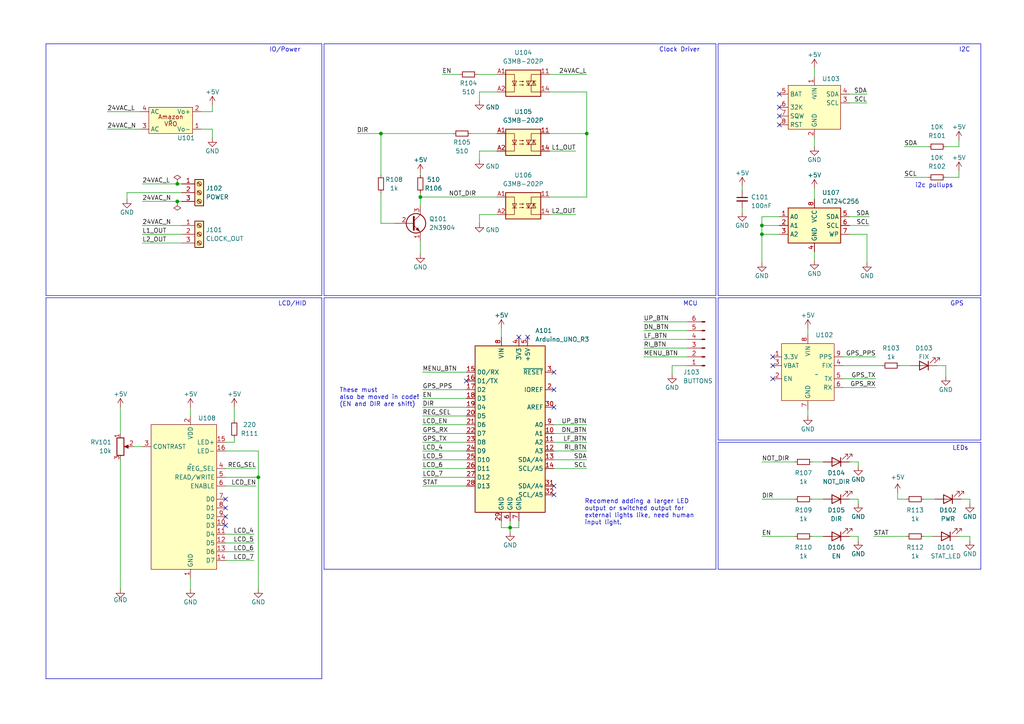
<source format=kicad_sch>
(kicad_sch (version 20230121) (generator eeschema)
  (paper "A4")
  (title_block (title "Unnamed Clock Project") (rev "${REVISION}") (company "Silvertech"))
  (lib_symbols
    (symbol "Connector:Conn_01x06_Pin" (pin_names (offset 1.016) hide)
      (property "Reference" "J" (at 0 7.62 0))
      (property "Value" "Conn_01x06_Pin" (at 0 -10.16 0))
      (symbol "Conn_01x06_Pin_1_1"
        (polyline (pts (xy 1.27 -7.62) (xy 0.8636 -7.62)) (stroke (width 0.1524)))
        (polyline (pts (xy 1.27 -5.08) (xy 0.8636 -5.08)) (stroke (width 0.1524)))
        (polyline (pts (xy 1.27 -2.54) (xy 0.8636 -2.54)) (stroke (width 0.1524)))
        (polyline (pts (xy 1.27 0) (xy 0.8636 0)) (stroke (width 0.1524)))
        (polyline (pts (xy 1.27 2.54) (xy 0.8636 2.54)) (stroke (width 0.1524)))
        (polyline (pts (xy 1.27 5.08) (xy 0.8636 5.08)) (stroke (width 0.1524)))
        (rectangle (start 0.8636 -7.493) (end 0 -7.747) (stroke (width 0.1524)) (fill (type outline)))
        (rectangle (start 0.8636 -4.953) (end 0 -5.207) (stroke (width 0.1524)) (fill (type outline)))
        (rectangle (start 0.8636 -2.413) (end 0 -2.667) (stroke (width 0.1524)) (fill (type outline)))
        (rectangle (start 0.8636 0.127) (end 0 -0.127) (stroke (width 0.1524)) (fill (type outline)))
        (rectangle (start 0.8636 2.667) (end 0 2.413) (stroke (width 0.1524)) (fill (type outline)))
        (rectangle (start 0.8636 5.207) (end 0 4.953) (stroke (width 0.1524)) (fill (type outline)))
        (pin passive line (at 5.08 5.08 180) (length 3.81) (name "Pin_1") (number "1"))
        (pin passive line (at 5.08 2.54 180) (length 3.81) (name "Pin_2") (number "2"))
        (pin passive line (at 5.08 0 180) (length 3.81) (name "Pin_3") (number "3"))
        (pin passive line (at 5.08 -2.54 180) (length 3.81) (name "Pin_4") (number "4"))
        (pin passive line (at 5.08 -5.08 180) (length 3.81) (name "Pin_5") (number "5"))
        (pin passive line (at 5.08 -7.62 180) (length 3.81) (name "Pin_6") (number "6"))
      )
    )
    (symbol "Connector:Screw_Terminal_01x03" (pin_names (offset 1.016) hide)
      (property "Reference" "J" (at 0 5.08 0))
      (property "Value" "Screw_Terminal_01x03" (at 0 -5.08 0))
      (symbol "Screw_Terminal_01x03_1_1"
        (rectangle (start -1.27 3.81) (end 1.27 -3.81) (stroke (width 0.254)) (fill (type background)))
        (circle (center 0 -2.54) (radius 0.635) (stroke (width 0.1524)))
        (polyline (pts (xy -0.5334 -2.2098) (xy 0.3302 -3.048)) (stroke (width 0.1524)))
        (polyline (pts (xy -0.5334 0.3302) (xy 0.3302 -0.508)) (stroke (width 0.1524)))
        (polyline (pts (xy -0.5334 2.8702) (xy 0.3302 2.032)) (stroke (width 0.1524)))
        (polyline (pts (xy -0.3556 -2.032) (xy 0.508 -2.8702)) (stroke (width 0.1524)))
        (polyline (pts (xy -0.3556 0.508) (xy 0.508 -0.3302)) (stroke (width 0.1524)))
        (polyline (pts (xy -0.3556 3.048) (xy 0.508 2.2098)) (stroke (width 0.1524)))
        (circle (center 0 0) (radius 0.635) (stroke (width 0.1524)))
        (circle (center 0 2.54) (radius 0.635) (stroke (width 0.1524)))
        (pin passive line (at -5.08 2.54 0) (length 3.81) (name "Pin_1") (number "1"))
        (pin passive line (at -5.08 0 0) (length 3.81) (name "Pin_2") (number "2"))
        (pin passive line (at -5.08 -2.54 0) (length 3.81) (name "Pin_3") (number "3"))
      )
    )
    (symbol "Device:C_Small" (pin_numbers hide) (pin_names (offset 0.254) hide)
      (property "Reference" "C" (at 0.254 1.778 0))
      (property "Value" "C_Small" (at 0.254 -2.032 0))
      (symbol "C_Small_0_1"
        (polyline (pts (xy -1.524 -0.508) (xy 1.524 -0.508)) (stroke (width 0.3302)))
        (polyline (pts (xy -1.524 0.508) (xy 1.524 0.508)) (stroke (width 0.3048)))
      )
      (symbol "C_Small_1_1"
        (pin passive line (at 0 2.54 270) (length 2.032) (name "~") (number "1"))
        (pin passive line (at 0 -2.54 90) (length 2.032) (name "~") (number "2"))
      )
    )
    (symbol "Device:LED" (pin_numbers hide) (pin_names (offset 1.016) hide)
      (property "Reference" "D" (at 0 2.54 0))
      (property "Value" "LED" (at 0 -2.54 0))
      (symbol "LED_0_1"
        (polyline (pts (xy -1.27 -1.27) (xy -1.27 1.27)) (stroke (width 0.254)))
        (polyline (pts (xy -1.27 0) (xy 1.27 0)))
        (polyline (pts (xy 1.27 -1.27) (xy 1.27 1.27) (xy -1.27 0) (xy 1.27 -1.27)) (stroke (width 0.254)))
        (polyline (pts (xy -3.048 -0.762) (xy -4.572 -2.286) (xy -3.81 -2.286) (xy -4.572 -2.286) (xy -4.572 -1.524)))
        (polyline (pts (xy -1.778 -0.762) (xy -3.302 -2.286) (xy -2.54 -2.286) (xy -3.302 -2.286) (xy -3.302 -1.524)))
      )
      (symbol "LED_1_1"
        (pin passive line (at -3.81 0 0) (length 2.54) (name "K") (number "1"))
        (pin passive line (at 3.81 0 180) (length 2.54) (name "A") (number "2"))
      )
    )
    (symbol "Device:R_Potentiometer" (pin_names (offset 1.016) hide)
      (property "Reference" "RV" (at -4.445 0 90))
      (property "Value" "R_Potentiometer" (at -2.54 0 90))
      (symbol "R_Potentiometer_0_1"
        (polyline (pts (xy 2.54 0) (xy 1.524 0)))
        (polyline (pts (xy 1.143 0) (xy 2.286 0.508) (xy 2.286 -0.508) (xy 1.143 0)) (fill (type outline)))
        (rectangle (start 1.016 2.54) (end -1.016 -2.54) (stroke (width 0.254)))
      )
      (symbol "R_Potentiometer_1_1"
        (pin passive line (at 0 3.81 270) (length 1.27) (name "1") (number "1"))
        (pin passive line (at 3.81 0 180) (length 1.27) (name "2") (number "2"))
        (pin passive line (at 0 -3.81 90) (length 1.27) (name "3") (number "3"))
      )
    )
    (symbol "Device:R_Small" (pin_numbers hide) (pin_names (offset 0.254) hide)
      (property "Reference" "R" (at 0.762 0.508 0))
      (property "Value" "R_Small" (at 0.762 -1.016 0))
      (symbol "R_Small_0_1"
        (rectangle (start -0.762 1.778) (end 0.762 -1.778) (stroke (width 0.2032)))
      )
      (symbol "R_Small_1_1"
        (pin passive line (at 0 2.54 270) (length 0.762) (name "~") (number "1"))
        (pin passive line (at 0 -2.54 90) (length 0.762) (name "~") (number "2"))
      )
    )
    (symbol "MCU_Module:Arduino_UNO_R3"
      (property "Reference" "A" (at -10.16 23.495 0))
      (property "Value" "Arduino_UNO_R3" (at 5.08 -26.67 0))
      (symbol "Arduino_UNO_R3_0_1"
        (rectangle (start -10.16 22.86) (end 10.16 -25.4) (stroke (width 0.254)) (fill (type background)))
      )
      (symbol "Arduino_UNO_R3_1_1"
        (pin no_connect line (at -10.16 -20.32 0) (length 2.54) hide (name "NC") (number "1"))
        (pin bidirectional line (at 12.7 -2.54 180) (length 2.54) (name "A1") (number "10"))
        (pin bidirectional line (at 12.7 -5.08 180) (length 2.54) (name "A2") (number "11"))
        (pin bidirectional line (at 12.7 -7.62 180) (length 2.54) (name "A3") (number "12"))
        (pin bidirectional line (at 12.7 -10.16 180) (length 2.54) (name "SDA/A4") (number "13"))
        (pin bidirectional line (at 12.7 -12.7 180) (length 2.54) (name "SCL/A5") (number "14"))
        (pin bidirectional line (at -12.7 15.24 0) (length 2.54) (name "D0/RX") (number "15"))
        (pin bidirectional line (at -12.7 12.7 0) (length 2.54) (name "D1/TX") (number "16"))
        (pin bidirectional line (at -12.7 10.16 0) (length 2.54) (name "D2") (number "17"))
        (pin bidirectional line (at -12.7 7.62 0) (length 2.54) (name "D3") (number "18"))
        (pin bidirectional line (at -12.7 5.08 0) (length 2.54) (name "D4") (number "19"))
        (pin output line (at 12.7 10.16 180) (length 2.54) (name "IOREF") (number "2"))
        (pin bidirectional line (at -12.7 2.54 0) (length 2.54) (name "D5") (number "20"))
        (pin bidirectional line (at -12.7 0 0) (length 2.54) (name "D6") (number "21"))
        (pin bidirectional line (at -12.7 -2.54 0) (length 2.54) (name "D7") (number "22"))
        (pin bidirectional line (at -12.7 -5.08 0) (length 2.54) (name "D8") (number "23"))
        (pin bidirectional line (at -12.7 -7.62 0) (length 2.54) (name "D9") (number "24"))
        (pin bidirectional line (at -12.7 -10.16 0) (length 2.54) (name "D10") (number "25"))
        (pin bidirectional line (at -12.7 -12.7 0) (length 2.54) (name "D11") (number "26"))
        (pin bidirectional line (at -12.7 -15.24 0) (length 2.54) (name "D12") (number "27"))
        (pin bidirectional line (at -12.7 -17.78 0) (length 2.54) (name "D13") (number "28"))
        (pin power_in line (at -2.54 -27.94 90) (length 2.54) (name "GND") (number "29"))
        (pin input line (at 12.7 15.24 180) (length 2.54) (name "~{RESET}") (number "3"))
        (pin input line (at 12.7 5.08 180) (length 2.54) (name "AREF") (number "30"))
        (pin bidirectional line (at 12.7 -17.78 180) (length 2.54) (name "SDA/A4") (number "31"))
        (pin bidirectional line (at 12.7 -20.32 180) (length 2.54) (name "SCL/A5") (number "32"))
        (pin power_out line (at 2.54 25.4 270) (length 2.54) (name "3V3") (number "4"))
        (pin power_out line (at 5.08 25.4 270) (length 2.54) (name "+5V") (number "5"))
        (pin power_in line (at 0 -27.94 90) (length 2.54) (name "GND") (number "6"))
        (pin power_in line (at 2.54 -27.94 90) (length 2.54) (name "GND") (number "7"))
        (pin power_in line (at -2.54 25.4 270) (length 2.54) (name "VIN") (number "8"))
        (pin bidirectional line (at 12.7 0 180) (length 2.54) (name "A0") (number "9"))
      )
    )
    (symbol "Memory_EEPROM:CAT24C256"
      (property "Reference" "U" (at -6.35 6.35 0))
      (property "Value" "CAT24C256" (at 1.27 6.35 0))
      (symbol "CAT24C256_1_1"
        (rectangle (start -7.62 5.08) (end 7.62 -5.08) (stroke (width 0.254)) (fill (type background)))
        (pin input line (at -10.16 2.54 0) (length 2.54) (name "A0") (number "1"))
        (pin input line (at -10.16 0 0) (length 2.54) (name "A1") (number "2"))
        (pin input line (at -10.16 -2.54 0) (length 2.54) (name "A2") (number "3"))
        (pin power_in line (at 0 -7.62 90) (length 2.54) (name "GND") (number "4"))
        (pin bidirectional line (at 10.16 2.54 180) (length 2.54) (name "SDA") (number "5"))
        (pin input line (at 10.16 0 180) (length 2.54) (name "SCL") (number "6"))
        (pin input line (at 10.16 -2.54 180) (length 2.54) (name "WP") (number "7"))
        (pin power_in line (at 0 7.62 270) (length 2.54) (name "VCC") (number "8"))
      )
    )
    (symbol "Project_Library:VRO"
      (property "Reference" "U" (at 5.08 5.08 0))
      (symbol "VRO_1_1"
        (rectangle (start -6.35 3.81) (end 6.35 -3.81) (fill (type background)))
        (text "Amazon\nVRO" (at 0 0 0) (effects (font (size 1.27 1.27))))
        (pin power_out line (at 8.89 -2.54 180) (length 2.54) (name "Vo-") (number "1"))
        (pin power_out line (at 8.89 2.54 180) (length 2.54) (name "Vo+") (number "2"))
        (pin power_in line (at -8.89 -2.54 0) (length 2.54) (name "AC") (number "3"))
        (pin power_in line (at -8.89 2.54 0) (length 2.54) (name "AC") (number "4"))
      )
    )
    (symbol "Relay_SolidState:34.81-8240"
      (property "Reference" "U" (at -5.08 5.08 0))
      (property "Value" "34.81-8240" (at 0 5.08 0))
      (symbol "34.81-8240_0_1"
        (rectangle (start -5.08 3.81) (end 5.08 -3.81) (stroke (width 0.254)) (fill (type background)))
        (polyline (pts (xy -3.175 -0.635) (xy -1.905 -0.635)))
        (polyline (pts (xy 1.524 -0.635) (xy 1.524 0.635)))
        (polyline (pts (xy 3.048 0.635) (xy 3.048 -0.635)))
        (polyline (pts (xy 2.286 -0.635) (xy 2.286 -2.54) (xy 5.08 -2.54)))
        (polyline (pts (xy 2.286 0.635) (xy 2.286 2.54) (xy 5.08 2.54)))
        (polyline (pts (xy -5.08 2.54) (xy -2.54 2.54) (xy -2.54 -2.54) (xy -5.08 -2.54)))
        (polyline (pts (xy -2.54 -0.635) (xy -3.175 0.635) (xy -1.905 0.635) (xy -2.54 -0.635)))
        (polyline (pts (xy 0.889 -0.635) (xy 3.683 -0.635) (xy 3.048 0.635) (xy 2.413 -0.635)))
        (polyline (pts (xy 3.683 0.635) (xy 0.889 0.635) (xy 1.524 -0.635) (xy 2.159 0.635)))
        (polyline (pts (xy -1.143 -0.508) (xy 0.127 -0.508) (xy -0.254 -0.635) (xy -0.254 -0.381) (xy 0.127 -0.508)))
        (polyline (pts (xy -1.143 0.508) (xy 0.127 0.508) (xy -0.254 0.381) (xy -0.254 0.635) (xy 0.127 0.508)))
      )
      (symbol "34.81-8240_1_1"
        (pin passive line (at 7.62 2.54 180) (length 2.54) (name "~") (number "11"))
        (pin passive line (at 7.62 -2.54 180) (length 2.54) (name "~") (number "14"))
        (pin passive line (at -7.62 2.54 0) (length 2.54) (name "~") (number "A1"))
        (pin passive line (at -7.62 -2.54 0) (length 2.54) (name "~") (number "A2"))
      )
    )
    (symbol "Transistor_BJT:2N3904" (pin_names (offset 0) hide)
      (property "Reference" "Q" (at 5.08 1.905 0))
      (property "Value" "2N3904" (at 5.08 0 0))
      (symbol "2N3904_0_1"
        (polyline (pts (xy 0.635 0.635) (xy 2.54 2.54)))
        (polyline (pts (xy 0.635 -0.635) (xy 2.54 -2.54) (xy 2.54 -2.54)))
        (polyline (pts (xy 0.635 1.905) (xy 0.635 -1.905) (xy 0.635 -1.905)) (stroke (width 0.508)))
        (polyline (pts (xy 1.27 -1.778) (xy 1.778 -1.27) (xy 2.286 -2.286) (xy 1.27 -1.778) (xy 1.27 -1.778)) (fill (type outline)))
        (circle (center 1.27 0) (radius 2.8194) (stroke (width 0.254)))
      )
      (symbol "2N3904_1_1"
        (pin passive line (at 2.54 -5.08 90) (length 2.54) (name "E") (number "1"))
        (pin passive line (at -5.08 0 0) (length 5.715) (name "B") (number "2"))
        (pin passive line (at 2.54 5.08 270) (length 2.54) (name "C") (number "3"))
      )
    )
    (symbol "ac1ja:2x16_LCD"
      (property "Reference" "U" (at -2.54 16.51 0))
      (symbol "2x16_LCD_0_0"
        (pin power_in line (at 0 -34.29 90) (length 2.54) (name "GND") (number "1"))
        (pin input line (at 10.16 -19.05 180) (length 2.54) (name "D3") (number "10"))
        (pin input line (at 10.16 -21.59 180) (length 2.54) (name "D4") (number "11"))
        (pin input line (at 10.16 -24.13 180) (length 2.54) (name "D5") (number "12"))
        (pin input line (at 10.16 -26.67 180) (length 2.54) (name "D6") (number "13"))
        (pin input line (at 10.16 -29.21 180) (length 2.54) (name "D7") (number "14"))
        (pin power_in line (at 0 12.7 270) (length 2.54) (name "VDD") (number "2"))
        (pin input line (at 10.16 -2.54 180) (length 2.54) (name "REG_SEL") (number "4"))
        (pin input line (at 10.16 -5.08 180) (length 2.54) (name "READ/WRITE") (number "5"))
        (pin input line (at 10.16 -7.62 180) (length 2.54) (name "ENABLE") (number "6"))
        (pin input line (at 10.16 -11.43 180) (length 2.54) (name "D0") (number "7"))
        (pin input line (at 10.16 -13.97 180) (length 2.54) (name "D1") (number "8"))
        (pin input line (at 10.16 -16.51 180) (length 2.54) (name "D2") (number "9"))
      )
      (symbol "2x16_LCD_1_0"
        (pin input line (at 10.16 5.08 180) (length 2.54) (name "LED+") (number "15"))
        (pin input line (at 10.16 2.54 180) (length 2.54) (name "LED-") (number "16"))
        (pin input line (at -13.97 3.81 0) (length 2.54) (name "CONTRAST") (number "3"))
      )
      (symbol "2x16_LCD_1_1"
        (rectangle (start -11.43 10.16) (end 7.62 -31.75) (fill (type background)))
      )
    )
    (symbol "ac1ja:DS3231_Breakout"
      (property "Reference" "U" (at -7.62 7.62 0))
      (symbol "DS3231_Breakout_0_0"
        (pin power_in line (at 0 8.89 270) (length 2.54) (name "VIN") (number "1"))
        (pin power_in line (at 0 -8.89 90) (length 2.54) (name "GND") (number "2"))
        (pin input line (at 10.16 1.27 180) (length 2.54) (name "SCL") (number "3"))
        (pin bidirectional line (at 10.16 3.81 180) (length 2.54) (name "SDA") (number "4"))
        (pin power_in line (at -10.16 3.81 0) (length 2.54) (name "BAT") (number "5"))
        (pin unspecified line (at -10.16 0 0) (length 2.54) (name "32K") (number "6"))
        (pin output line (at -10.16 -2.54 0) (length 2.54) (name "SQW") (number "7"))
        (pin input line (at -10.16 -5.08 0) (length 2.54) (name "RST") (number "8"))
      )
      (symbol "DS3231_Breakout_1_1"
        (rectangle (start -7.62 6.35) (end 7.62 -6.35) (fill (type background)))
      )
    )
    (symbol "ac1ja:Ultimate_GPS_Breakout_v3"
      (property "Reference" "U" (at -7.62 8.89 0))
      (symbol "Ultimate_GPS_Breakout_v3_1_1"
        (rectangle (start -7.62 7.62) (end 7.62 -8.89) (fill (type background)))
        (pin power_out line (at -10.16 3.81 0) (length 2.54) (name "3.3V") (number "1"))
        (pin input line (at -10.16 -2.54 0) (length 2.54) (name "EN") (number "2"))
        (pin power_in line (at -10.16 1.27 0) (length 2.54) (name "VBAT") (number "3"))
        (pin output line (at 10.16 1.27 180) (length 2.54) (name "FIX") (number "4"))
        (pin output line (at 10.16 -2.54 180) (length 2.54) (name "TX") (number "5"))
        (pin input line (at 10.16 -5.08 180) (length 2.54) (name "RX") (number "6"))
        (pin power_in line (at 0 -11.43 90) (length 2.54) (name "GND") (number "7"))
        (pin power_in line (at 0 10.16 270) (length 2.54) (name "VIN") (number "8"))
        (pin output line (at 10.16 3.81 180) (length 2.54) (name "PPS") (number "9"))
      )
    )
    (symbol "power:+5V" (power) (pin_names (offset 0))
      (property "Value" "+5V" (at 0 3.556 0))
      (symbol "+5V_0_1"
        (polyline (pts (xy -0.762 1.27) (xy 0 2.54)))
        (polyline (pts (xy 0 0) (xy 0 2.54)))
        (polyline (pts (xy 0 2.54) (xy 0.762 1.27)))
      )
      (symbol "+5V_1_1"
        (pin power_in line (at 0 0 90) (length 0) hide (name "+5V") (number "1"))
      )
    )
    (symbol "power:GND" (power) (pin_names (offset 0))
      (property "Value" "GND" (at 0 -3.81 0))
      (symbol "GND_0_1"
        (polyline (pts (xy 0 0) (xy 0 -1.27) (xy 1.27 -1.27) (xy 0 -2.54) (xy -1.27 -1.27) (xy 0 -1.27)))
      )
      (symbol "GND_1_1"
        (pin power_in line (at 0 0 270) (length 0) hide (name "GND") (number "1"))
      )
    )
    (symbol "power:PWR_FLAG" (power) (pin_numbers hide) (pin_names (offset 0) hide)
      (property "Value" "PWR_FLAG" (at 0 3.81 0))
      (symbol "PWR_FLAG_0_0"
        (pin power_out line (at 0 0 90) (length 0) (name "pwr") (number "1"))
      )
      (symbol "PWR_FLAG_0_1"
        (polyline (pts (xy 0 0) (xy 0 1.27) (xy -1.016 1.905) (xy 0 2.54) (xy 1.016 1.905) (xy 0 1.27)))
      )
    )
  )
  (junction (at 147.955 153.035))
  (junction (at 170.18 38.735))
  (junction (at 51.435 58.42))
  (junction (at 220.98 65.405))
  (junction (at 110.49 38.735))
  (junction (at 220.98 67.945))
  (junction (at 74.93 138.43))
  (junction (at 51.435 53.34))
  (junction (at 121.92 57.15))
  (no_connect (at 224.155 103.505))
  (no_connect (at 224.155 106.045))
  (no_connect (at 150.495 97.79))
  (no_connect (at 160.655 107.95))
  (no_connect (at 224.155 109.855))
  (no_connect (at 135.255 110.49))
  (no_connect (at 65.405 147.32))
  (no_connect (at 65.405 149.86))
  (no_connect (at 153.035 97.79))
  (no_connect (at 226.06 36.195))
  (no_connect (at 160.655 118.11))
  (no_connect (at 226.06 33.655))
  (no_connect (at 65.405 144.78))
  (no_connect (at 226.06 31.115))
  (no_connect (at 160.655 113.03))
  (no_connect (at 226.06 27.305))
  (no_connect (at 160.655 143.51))
  (no_connect (at 65.405 152.4))
  (no_connect (at 160.655 140.97))
  (wire (pts (xy 121.92 55.88) (xy 121.92 57.15)))
  (polyline (pts (xy 93.98 12.7) (xy 93.98 85.725)))
  (wire (pts (xy 139.065 46.355) (xy 139.065 43.815)))
  (wire (pts (xy 170.18 130.81) (xy 160.655 130.81)))
  (polyline (pts (xy 208.28 127.635) (xy 284.48 127.635)))
  (wire (pts (xy 65.405 138.43) (xy 74.93 138.43)))
  (polyline (pts (xy 207.645 165.1) (xy 207.645 86.36)))
  (wire (pts (xy 220.98 144.78) (xy 230.505 144.78)))
  (wire (pts (xy 235.585 144.78) (xy 238.76 144.78)))
  (polyline (pts (xy 13.335 12.7) (xy 13.335 85.725)))
  (wire (pts (xy 267.97 155.575) (xy 270.51 155.575)))
  (wire (pts (xy 61.595 30.48) (xy 61.595 32.385)))
  (wire (pts (xy 41.275 70.485) (xy 52.705 70.485)))
  (wire (pts (xy 170.18 26.67) (xy 170.18 38.735)))
  (wire (pts (xy 58.42 32.385) (xy 61.595 32.385)))
  (wire (pts (xy 194.945 106.045) (xy 199.39 106.045)))
  (polyline (pts (xy 207.645 86.36) (xy 93.98 86.36)))
  (wire (pts (xy 220.98 67.945) (xy 220.98 65.405)))
  (wire (pts (xy 121.92 57.15) (xy 144.145 57.15)))
  (wire (pts (xy 186.69 98.425) (xy 199.39 98.425)))
  (wire (pts (xy 139.065 26.67) (xy 144.145 26.67)))
  (wire (pts (xy 246.38 67.945) (xy 251.46 67.945)))
  (polyline (pts (xy 284.48 127.635) (xy 284.48 86.36)))
  (wire (pts (xy 236.22 73.025) (xy 236.22 75.565)))
  (wire (pts (xy 122.555 107.95) (xy 135.255 107.95)))
  (wire (pts (xy 122.555 120.65) (xy 135.255 120.65)))
  (wire (pts (xy 121.92 57.15) (xy 121.92 59.69)))
  (wire (pts (xy 74.93 130.81) (xy 74.93 138.43)))
  (wire (pts (xy 147.955 153.035) (xy 150.495 153.035)))
  (wire (pts (xy 281.305 144.78) (xy 281.305 146.05)))
  (polyline (pts (xy 207.645 85.725) (xy 207.645 12.7)))
  (wire (pts (xy 220.98 76.2) (xy 220.98 67.945)))
  (wire (pts (xy 160.655 133.35) (xy 170.18 133.35)))
  (wire (pts (xy 34.925 170.815) (xy 34.925 133.35)))
  (wire (pts (xy 135.255 113.03) (xy 122.555 113.03)))
  (wire (pts (xy 248.92 133.985) (xy 248.92 135.255)))
  (wire (pts (xy 215.265 53.975) (xy 215.265 55.245)))
  (wire (pts (xy 136.525 38.735) (xy 144.145 38.735)))
  (wire (pts (xy 121.92 69.85) (xy 121.92 73.66)))
  (polyline (pts (xy 284.48 85.725) (xy 284.48 12.7)))
  (wire (pts (xy 73.66 157.48) (xy 65.405 157.48)))
  (wire (pts (xy 220.98 155.575) (xy 230.505 155.575)))
  (wire (pts (xy 248.92 144.78) (xy 248.92 146.05)))
  (wire (pts (xy 278.13 42.545) (xy 274.32 42.545)))
  (wire (pts (xy 34.925 118.11) (xy 34.925 125.73)))
  (wire (pts (xy 215.265 60.325) (xy 215.265 61.595)))
  (wire (pts (xy 274.32 106.045) (xy 271.78 106.045)))
  (wire (pts (xy 41.275 67.945) (xy 52.705 67.945)))
  (wire (pts (xy 278.13 49.53) (xy 278.13 51.435)))
  (wire (pts (xy 73.66 154.94) (xy 65.405 154.94)))
  (wire (pts (xy 110.49 55.88) (xy 110.49 64.77)))
  (wire (pts (xy 244.475 103.505) (xy 254 103.505)))
  (wire (pts (xy 281.305 144.78) (xy 278.765 144.78)))
  (wire (pts (xy 246.38 29.845) (xy 251.46 29.845)))
  (polyline (pts (xy 208.28 85.725) (xy 284.48 85.725)))
  (wire (pts (xy 246.38 65.405) (xy 252.095 65.405)))
  (wire (pts (xy 139.065 62.23) (xy 144.145 62.23)))
  (polyline (pts (xy 208.28 165.1) (xy 284.48 165.1)))
  (polyline (pts (xy 93.345 86.36) (xy 13.335 86.36)))
  (wire (pts (xy 67.945 128.27) (xy 65.405 128.27)))
  (wire (pts (xy 246.38 27.305) (xy 251.46 27.305)))
  (wire (pts (xy 147.955 153.035) (xy 145.415 153.035)))
  (wire (pts (xy 150.495 153.035) (xy 150.495 151.13)))
  (wire (pts (xy 67.945 118.11) (xy 67.945 121.92)))
  (polyline (pts (xy 208.28 12.7) (xy 208.28 85.725)))
  (wire (pts (xy 236.22 54.61) (xy 236.22 57.785)))
  (polyline (pts (xy 284.48 128.27) (xy 208.28 128.27)))
  (polyline (pts (xy 93.345 85.725) (xy 93.345 12.7)))
  (wire (pts (xy 248.92 144.78) (xy 246.38 144.78)))
  (wire (pts (xy 122.555 118.11) (xy 135.255 118.11)))
  (wire (pts (xy 41.275 58.42) (xy 51.435 58.42)))
  (wire (pts (xy 122.555 125.73) (xy 135.255 125.73)))
  (polyline (pts (xy 93.98 165.1) (xy 207.645 165.1)))
  (wire (pts (xy 253.365 155.575) (xy 262.89 155.575)))
  (wire (pts (xy 170.18 38.735) (xy 170.18 57.15)))
  (wire (pts (xy 122.555 135.89) (xy 135.255 135.89)))
  (wire (pts (xy 246.38 62.865) (xy 252.095 62.865)))
  (wire (pts (xy 73.66 160.02) (xy 65.405 160.02)))
  (wire (pts (xy 138.43 21.59) (xy 144.145 21.59)))
  (wire (pts (xy 251.46 67.945) (xy 251.46 76.2)))
  (wire (pts (xy 128.27 21.59) (xy 133.35 21.59)))
  (wire (pts (xy 122.555 128.27) (xy 135.255 128.27)))
  (wire (pts (xy 267.97 144.78) (xy 271.145 144.78)))
  (wire (pts (xy 74.295 135.89) (xy 65.405 135.89)))
  (wire (pts (xy 122.555 130.81) (xy 135.255 130.81)))
  (wire (pts (xy 186.69 93.345) (xy 199.39 93.345)))
  (wire (pts (xy 145.415 151.13) (xy 145.415 153.035)))
  (wire (pts (xy 260.35 144.78) (xy 262.89 144.78)))
  (wire (pts (xy 220.98 62.865) (xy 226.06 62.865)))
  (wire (pts (xy 147.955 154.305) (xy 147.955 153.035)))
  (wire (pts (xy 170.18 123.19) (xy 160.655 123.19)))
  (polyline (pts (xy 207.645 12.7) (xy 93.98 12.7)))
  (wire (pts (xy 122.555 123.19) (xy 135.255 123.19)))
  (wire (pts (xy 262.255 51.435) (xy 269.24 51.435)))
  (wire (pts (xy 41.275 65.405) (xy 52.705 65.405)))
  (wire (pts (xy 186.69 103.505) (xy 199.39 103.505)))
  (wire (pts (xy 31.115 37.465) (xy 40.64 37.465)))
  (wire (pts (xy 51.435 53.34) (xy 52.705 53.34)))
  (wire (pts (xy 159.385 43.815) (xy 167.005 43.815)))
  (wire (pts (xy 74.295 140.97) (xy 65.405 140.97)))
  (wire (pts (xy 145.415 95.25) (xy 145.415 97.79)))
  (wire (pts (xy 139.065 29.21) (xy 139.065 26.67)))
  (wire (pts (xy 159.385 21.59) (xy 170.18 21.59)))
  (wire (pts (xy 159.385 26.67) (xy 170.18 26.67)))
  (wire (pts (xy 139.065 43.815) (xy 144.145 43.815)))
  (wire (pts (xy 234.315 95.25) (xy 234.315 97.155)))
  (wire (pts (xy 236.22 40.005) (xy 236.22 42.545)))
  (wire (pts (xy 248.92 133.985) (xy 246.38 133.985)))
  (polyline (pts (xy 13.335 196.85) (xy 93.345 196.85)))
  (wire (pts (xy 244.475 112.395) (xy 254 112.395)))
  (wire (pts (xy 110.49 64.77) (xy 114.3 64.77)))
  (wire (pts (xy 170.18 57.15) (xy 159.385 57.15)))
  (polyline (pts (xy 93.98 85.725) (xy 207.645 85.725)))
  (wire (pts (xy 55.245 118.11) (xy 55.245 120.65)))
  (wire (pts (xy 235.585 133.985) (xy 238.76 133.985)))
  (wire (pts (xy 186.69 95.885) (xy 199.39 95.885)))
  (wire (pts (xy 220.98 65.405) (xy 220.98 62.865)))
  (wire (pts (xy 110.49 38.735) (xy 110.49 50.8)))
  (wire (pts (xy 36.83 57.785) (xy 36.83 55.88)))
  (wire (pts (xy 281.305 155.575) (xy 281.305 156.845)))
  (wire (pts (xy 147.955 151.13) (xy 147.955 153.035)))
  (wire (pts (xy 274.32 109.22) (xy 274.32 106.045)))
  (wire (pts (xy 139.065 64.77) (xy 139.065 62.23)))
  (wire (pts (xy 122.555 138.43) (xy 135.255 138.43)))
  (wire (pts (xy 194.945 108.585) (xy 194.945 106.045)))
  (wire (pts (xy 278.13 51.435) (xy 274.32 51.435)))
  (wire (pts (xy 260.985 106.045) (xy 264.16 106.045)))
  (polyline (pts (xy 284.48 12.7) (xy 208.28 12.7)))
  (wire (pts (xy 58.42 37.465) (xy 61.595 37.465)))
  (polyline (pts (xy 284.48 86.36) (xy 208.28 86.36)))
  (wire (pts (xy 122.555 140.97) (xy 135.255 140.97)))
  (polyline (pts (xy 93.98 86.36) (xy 93.98 165.1)))
  (wire (pts (xy 170.18 128.27) (xy 160.655 128.27)))
  (wire (pts (xy 278.13 40.64) (xy 278.13 42.545)))
  (wire (pts (xy 220.98 67.945) (xy 226.06 67.945)))
  (polyline (pts (xy 13.335 85.725) (xy 93.345 85.725)))
  (polyline (pts (xy 208.28 128.27) (xy 208.28 165.1)))
  (wire (pts (xy 236.22 19.685) (xy 236.22 22.225)))
  (wire (pts (xy 260.35 142.875) (xy 260.35 144.78)))
  (wire (pts (xy 235.585 155.575) (xy 238.76 155.575)))
  (wire (pts (xy 110.49 38.735) (xy 131.445 38.735)))
  (wire (pts (xy 61.595 37.465) (xy 61.595 40.005)))
  (wire (pts (xy 67.945 127) (xy 67.945 128.27)))
  (wire (pts (xy 244.475 109.855) (xy 254 109.855)))
  (wire (pts (xy 220.98 65.405) (xy 226.06 65.405)))
  (wire (pts (xy 41.275 53.34) (xy 51.435 53.34)))
  (wire (pts (xy 159.385 62.23) (xy 167.005 62.23)))
  (wire (pts (xy 65.405 130.81) (xy 74.93 130.81)))
  (wire (pts (xy 160.655 135.89) (xy 170.18 135.89)))
  (wire (pts (xy 170.18 125.73) (xy 160.655 125.73)))
  (wire (pts (xy 74.93 138.43) (xy 74.93 170.815)))
  (wire (pts (xy 248.92 155.575) (xy 248.92 156.845)))
  (polyline (pts (xy 13.335 86.36) (xy 13.335 196.85)))
  (wire (pts (xy 103.505 38.735) (xy 110.49 38.735)))
  (wire (pts (xy 122.555 133.35) (xy 135.255 133.35)))
  (wire (pts (xy 36.83 55.88) (xy 52.705 55.88)))
  (wire (pts (xy 38.735 129.54) (xy 41.275 129.54)))
  (polyline (pts (xy 208.28 86.36) (xy 208.28 127.635)))
  (polyline (pts (xy 284.48 165.1) (xy 284.48 128.27)))
  (wire (pts (xy 234.315 118.745) (xy 234.315 120.65)))
  (wire (pts (xy 159.385 38.735) (xy 170.18 38.735)))
  (wire (pts (xy 281.305 155.575) (xy 278.13 155.575)))
  (wire (pts (xy 73.66 162.56) (xy 65.405 162.56)))
  (wire (pts (xy 186.69 100.965) (xy 199.39 100.965)))
  (wire (pts (xy 121.92 50.165) (xy 121.92 50.8)))
  (wire (pts (xy 51.435 58.42) (xy 52.705 58.42)))
  (wire (pts (xy 31.115 32.385) (xy 40.64 32.385)))
  (wire (pts (xy 122.555 115.57) (xy 135.255 115.57)))
  (wire (pts (xy 244.475 106.045) (xy 255.905 106.045)))
  (wire (pts (xy 248.92 155.575) (xy 246.38 155.575)))
  (polyline (pts (xy 93.345 86.36) (xy 93.345 196.85)))
  (wire (pts (xy 55.245 167.64) (xy 55.245 170.815)))
  (wire (pts (xy 262.255 42.545) (xy 269.24 42.545)))
  (polyline (pts (xy 93.345 12.7) (xy 13.335 12.7)))
  (wire (pts (xy 230.505 133.985) (xy 220.98 133.985)))
  (text "GPS" (at 275.59 88.9 0) (effects (font (size 1.27 1.27)) (justify left bottom)))
  (text "These must\nalso be moved in code!\n(EN and DIR are shift)" (at 98.425 118.11 0) (effects (font (size 1.27 1.27)) (justify left bottom)))
  (text "Clock Driver" (at 191.135 15.24 0) (effects (font (size 1.27 1.27)) (justify left bottom)))
  (text "LCD/HID" (at 80.645 88.9 0) (effects (font (size 1.27 1.27)) (justify left bottom)))
  (text "IO/Power" (at 78.105 15.24 0) (effects (font (size 1.27 1.27)) (justify left bottom)))
  (text "MCU" (at 198.12 88.9 0) (effects (font (size 1.27 1.27)) (justify left bottom)))
  (text "Recomend adding a larger LED\noutput or switched output for \nexternal lights like, need human\ninput light." (at 169.545 152.4 0) (effects (font (size 1.27 1.27)) (justify left bottom)))
  (text "LEDs" (at 276.225 130.81 0) (effects (font (size 1.27 1.27)) (justify left bottom)))
  (text "i2c pullups" (at 265.43 54.61 0) (effects (font (size 1.27 1.27)) (justify left bottom)))
  (text "I2C" (at 278.13 15.24 0) (effects (font (size 1.27 1.27)) (justify left bottom)))
  (label "DIR" (at 220.98 144.78 0))
  (label "EN" (at 122.555 115.57 0))
  (label "RI_BTN" (at 170.18 130.81 180))
  (label "GPS_PPS" (at 122.555 113.03 0))
  (label "GPS_TX" (at 254 109.855 180))
  (label "24VAC_N" (at 31.115 37.465 0))
  (label "LCD_4" (at 73.66 154.94 180))
  (label "DN_BTN" (at 170.18 125.73 180))
  (label "LCD_5" (at 73.66 157.48 180))
  (label "LCD_6" (at 73.66 160.02 180))
  (label "UP_BTN" (at 186.69 93.345 0))
  (label "SCL" (at 170.18 135.89 180))
  (label "24VAC_L" (at 41.275 53.34 0))
  (label "MENU_BTN" (at 122.555 107.95 0))
  (label "L1_OUT" (at 167.005 43.815 180))
  (label "GPS_RX" (at 122.555 125.73 0))
  (label "NOT_DIR" (at 130.175 57.15 0))
  (label "SCL" (at 251.46 29.845 180))
  (label "L2_OUT" (at 41.275 70.485 0))
  (label "SDA" (at 251.46 27.305 180))
  (label "DN_BTN" (at 186.69 95.885 0))
  (label "REG_SEL" (at 122.555 120.65 0))
  (label "SCL" (at 262.255 51.435 0))
  (label "DIR" (at 103.505 38.735 0))
  (label "LCD_EN" (at 74.295 140.97 180))
  (label "LCD_7" (at 122.555 138.43 0))
  (label "SDA" (at 170.18 133.35 180))
  (label "GPS_PPS" (at 254 103.505 180))
  (label "UP_BTN" (at 170.18 123.19 180))
  (label "24VAC_N" (at 41.275 58.42 0))
  (label "LCD_EN" (at 122.555 123.19 0))
  (label "EN" (at 220.98 155.575 0))
  (label "STAT" (at 122.555 140.97 0))
  (label "LCD_4" (at 122.555 130.81 0))
  (label "LCD_5" (at 122.555 133.35 0))
  (label "RI_BTN" (at 186.69 100.965 0))
  (label "LCD_6" (at 122.555 135.89 0))
  (label "STAT" (at 253.365 155.575 0))
  (label "MENU_BTN" (at 186.69 103.505 0))
  (label "LF_BTN" (at 170.18 128.27 180))
  (label "L2_OUT" (at 167.005 62.23 180))
  (label "24VAC_L" (at 31.115 32.385 0))
  (label "24VAC_L" (at 170.18 21.59 180))
  (label "EN" (at 128.27 21.59 0))
  (label "24VAC_N" (at 41.275 65.405 0))
  (label "LF_BTN" (at 186.69 98.425 0))
  (label "GPS_RX" (at 254 112.395 180))
  (label "NOT_DIR" (at 220.98 133.985 0))
  (label "L1_OUT" (at 41.275 67.945 0))
  (label "SDA" (at 262.255 42.545 0))
  (label "LCD_7" (at 73.66 162.56 180))
  (label "DIR" (at 122.555 118.11 0))
  (label "SCL" (at 252.095 65.405 180))
  (label "SDA" (at 252.095 62.865 180))
  (label "REG_SEL" (at 74.295 135.89 180))
  (label "GPS_TX" (at 122.555 128.27 0))
  (symbol (lib_id "Device:C_Small") (at 215.265 57.785 0) (unit 1)
    (property "Reference" "C101" (at 217.805 57.1563 0) (effects (justify left)))
    (property "Value" "100nF" (at 217.805 59.6963 0) (effects (justify left)))
    (property "Footprint" "Capacitor_THT:C_Disc_D5.0mm_W2.5mm_P5.00mm" (effects hide))
  )
  (symbol (lib_id "power:+5V") (at 34.925 118.11 0) (unit 1)
    (property "Reference" "#PWR0127" (effects hide))
    (property "Value" "+5V" (at 34.925 114.3 0))
  )
  (symbol (lib_id "ac1ja:DS3231_Breakout") (at 236.22 31.115 0) (unit 1)
    (property "Reference" "U103" (at 238.4141 22.86 0) (effects (justify left)))
    (property "Value" "~" (at 236.22 28.575 0))
    (property "Footprint" "ac1ja:DS3231" (effects hide))
  )
  (symbol (lib_id "Device:R_Potentiometer") (at 34.925 129.54 0) (unit 1)
    (property "Reference" "RV101" (at 32.385 128.27 0) (effects (justify right)))
    (property "Value" "10k" (at 32.385 130.81 0) (effects (justify right)))
    (property "Footprint" "Potentiometer_THT:Potentiometer_Runtron_RM-065_Vertical" (effects hide))
  )
  (symbol (lib_id "power:GND") (at 236.22 75.565 0) (unit 1)
    (property "Reference" "#PWR0104" (effects hide))
    (property "Value" "GND" (at 236.22 79.375 0))
  )
  (symbol (lib_id "power:GND") (at 236.22 42.545 0) (unit 1)
    (property "Reference" "#PWR0109" (effects hide))
    (property "Value" "GND" (at 236.22 46.355 0))
  )
  (symbol (lib_id "power:GND") (at 139.065 46.355 0) (unit 1)
    (property "Reference" "#PWR0113" (effects hide))
    (property "Value" "GND" (at 142.875 48.26 0))
  )
  (symbol (lib_id "ac1ja:2x16_LCD") (at 55.245 133.35 0) (unit 1)
    (property "Reference" "U108" (at 57.4391 121.285 0) (effects (justify left)))
    (property "Value" "~" (at 55.245 134.62 0))
    (property "Footprint" "ac1ja:2x16_LCD" (effects hide))
  )
  (symbol (lib_id "power:GND") (at 248.92 146.05 0) (unit 1)
    (property "Reference" "#PWR0118" (effects hide))
    (property "Value" "GND" (at 248.92 149.86 0))
  )
  (symbol (lib_id "power:+5V") (at 234.315 95.25 0) (unit 1)
    (property "Reference" "#PWR0105" (effects hide))
    (property "Value" "+5V" (at 234.315 91.44 0))
  )
  (symbol (lib_id "power:+5V") (at 236.22 54.61 0) (unit 1)
    (property "Reference" "#PWR0120" (effects hide))
    (property "Value" "+5V" (at 236.22 50.8 0))
  )
  (symbol (lib_id "Relay_SolidState:34.81-8240") (at 151.765 24.13 0) (unit 1)
    (property "Reference" "U104" (at 151.765 15.24 0))
    (property "Value" "G3MB-202P" (at 151.765 17.78 0))
    (property "Footprint" "ac1ja:OptoRelay" (effects hide))
    (property "Datasheet" "https://gfinder.findernet.com/public/attachments/34/EN/S34USAEN.pdf" (effects hide))
  )
  (symbol (lib_id "Device:LED") (at 242.57 144.78 180) (unit 1)
    (property "Reference" "D105" (at 242.57 147.955 0))
    (property "Value" "DIR" (at 242.57 150.495 0))
    (property "Footprint" "LED_THT:LED_D5.0mm" (effects hide))
  )
  (symbol (lib_id "power:GND") (at 36.83 57.785 0) (unit 1)
    (property "Reference" "#PWR0103" (effects hide))
    (property "Value" "GND" (at 36.83 61.595 0))
  )
  (symbol (lib_id "Connector:Screw_Terminal_01x03") (at 57.785 55.88 0) (unit 1)
    (property "Reference" "J102" (at 59.69 54.61 0) (effects (justify left)))
    (property "Value" "POWER" (at 59.69 57.15 0) (effects (justify left)))
    (property "Footprint" "TerminalBlock_Phoenix:TerminalBlock_Phoenix_MKDS-1,5-3_1x03_P5.00mm_Horizontal" (effects hide))
  )
  (symbol (lib_id "power:GND") (at 274.32 109.22 0) (unit 1)
    (property "Reference" "#PWR0107" (effects hide))
    (property "Value" "GND" (at 274.32 113.03 0))
  )
  (symbol (lib_id "Device:LED") (at 267.97 106.045 180) (unit 1)
    (property "Reference" "D103" (at 267.97 100.965 0))
    (property "Value" "FIX" (at 267.97 103.505 0))
    (property "Footprint" "LED_THT:LED_D5.0mm" (effects hide))
  )
  (symbol (lib_id "Device:R_Small") (at 67.945 124.46 180) (unit 1)
    (property "Reference" "R111" (at 72.39 125.73 0))
    (property "Value" "220" (at 72.39 123.19 0))
    (property "Footprint" "Resistor_THT:R_Axial_DIN0207_L6.3mm_D2.5mm_P10.16mm_Horizontal" (effects hide))
  )
  (symbol (lib_id "power:GND") (at 248.92 156.845 0) (unit 1)
    (property "Reference" "#PWR0119" (effects hide))
    (property "Value" "GND" (at 248.92 160.655 0))
  )
  (symbol (lib_id "power:+5V") (at 278.13 49.53 0) (unit 1)
    (property "Reference" "#PWR0124" (effects hide))
    (property "Value" "+5V" (at 278.13 45.72 0))
  )
  (symbol (lib_id "Connector:Screw_Terminal_01x03") (at 57.785 67.945 0) (unit 1)
    (property "Reference" "J101" (at 59.69 66.675 0) (effects (justify left)))
    (property "Value" "CLOCK_OUT" (at 59.69 69.215 0) (effects (justify left)))
    (property "Footprint" "TerminalBlock_Phoenix:TerminalBlock_Phoenix_MKDS-1,5-3_1x03_P5.00mm_Horizontal" (effects hide))
  )
  (symbol (lib_id "Device:R_Small") (at 121.92 53.34 180) (unit 1)
    (property "Reference" "R106" (at 125.73 54.61 0))
    (property "Value" "510" (at 125.73 52.07 0))
    (property "Footprint" "Resistor_THT:R_Axial_DIN0207_L6.3mm_D2.5mm_P10.16mm_Horizontal" (effects hide))
  )
  (symbol (lib_id "power:GND") (at 281.305 156.845 0) (unit 1)
    (property "Reference" "#PWR0133" (effects hide))
    (property "Value" "GND" (at 281.305 160.655 0))
  )
  (symbol (lib_id "Device:R_Small") (at 265.43 155.575 90) (unit 1)
    (property "Reference" "R112" (at 265.43 158.75 90))
    (property "Value" "1k" (at 265.43 161.29 90))
    (property "Footprint" "Resistor_THT:R_Axial_DIN0207_L6.3mm_D2.5mm_P10.16mm_Horizontal" (effects hide))
  )
  (symbol (lib_id "power:+5V") (at 215.265 53.975 0) (unit 1)
    (property "Reference" "#PWR0130" (effects hide))
    (property "Value" "+5V" (at 215.265 50.165 0))
  )
  (symbol (lib_id "Device:R_Small") (at 135.89 21.59 90) (unit 1)
    (property "Reference" "R104" (at 135.89 24.13 90))
    (property "Value" "510" (at 135.89 26.67 90))
    (property "Footprint" "Resistor_THT:R_Axial_DIN0207_L6.3mm_D2.5mm_P10.16mm_Horizontal" (effects hide))
  )
  (symbol (lib_id "power:GND") (at 147.955 154.305 0) (unit 1)
    (property "Reference" "#PWR0110" (effects hide))
    (property "Value" "GND" (at 147.955 158.115 0))
  )
  (symbol (lib_id "power:GND") (at 61.595 40.005 0) (unit 1)
    (property "Reference" "#PWR0102" (effects hide))
    (property "Value" "GND" (at 61.595 43.815 0))
  )
  (symbol (lib_id "Project_Library:VRO") (at 49.53 34.925 0) (unit 1)
    (property "Reference" "U101" (at 53.975 40.005 0))
    (property "Value" "~" (at 49.53 34.925 0))
    (property "Footprint" "ac1ja:Amazon_DRO" (effects hide))
  )
  (symbol (lib_id "Device:R_Small") (at 233.045 155.575 90) (unit 1)
    (property "Reference" "R110" (at 233.045 158.75 90))
    (property "Value" "1k" (at 233.045 161.29 90))
    (property "Footprint" "Resistor_THT:R_Axial_DIN0207_L6.3mm_D2.5mm_P10.16mm_Horizontal" (effects hide))
  )
  (symbol (lib_id "Device:LED") (at 242.57 133.985 180) (unit 1)
    (property "Reference" "D104" (at 242.57 137.16 0))
    (property "Value" "NOT_DIR" (at 242.57 139.7 0))
    (property "Footprint" "LED_THT:LED_D5.0mm" (effects hide))
  )
  (symbol (lib_id "power:+5V") (at 236.22 19.685 0) (unit 1)
    (property "Reference" "#PWR0108" (effects hide))
    (property "Value" "+5V" (at 236.22 15.875 0))
  )
  (symbol (lib_id "power:+5V") (at 278.13 40.64 0) (unit 1)
    (property "Reference" "#PWR0123" (effects hide))
    (property "Value" "+5V" (at 278.13 36.83 0))
  )
  (symbol (lib_id "power:GND") (at 251.46 76.2 0) (unit 1)
    (property "Reference" "#PWR0122" (effects hide))
    (property "Value" "GND" (at 251.46 80.01 0))
  )
  (symbol (lib_id "Device:R_Small") (at 265.43 144.78 90) (unit 1)
    (property "Reference" "R113" (at 265.43 147.955 90))
    (property "Value" "1k" (at 265.43 150.495 90))
    (property "Footprint" "Resistor_THT:R_Axial_DIN0207_L6.3mm_D2.5mm_P10.16mm_Horizontal" (effects hide))
  )
  (symbol (lib_id "power:GND") (at 215.265 61.595 0) (unit 1)
    (property "Reference" "#PWR0132" (effects hide))
    (property "Value" "GND" (at 215.265 65.405 0))
  )
  (symbol (lib_id "power:GND") (at 139.065 29.21 0) (unit 1)
    (property "Reference" "#PWR0112" (effects hide))
    (property "Value" "GND" (at 142.875 31.115 0))
  )
  (symbol (lib_id "Device:R_Small") (at 258.445 106.045 90) (unit 1)
    (property "Reference" "R103" (at 258.445 100.965 90))
    (property "Value" "1k" (at 258.445 103.505 90))
    (property "Footprint" "Resistor_THT:R_Axial_DIN0207_L6.3mm_D2.5mm_P10.16mm_Horizontal" (effects hide))
  )
  (symbol (lib_id "power:GND") (at 34.925 170.815 0) (unit 1)
    (property "Reference" "#PWR0128" (effects hide))
    (property "Value" "GND" (at 34.925 173.99 0))
  )
  (symbol (lib_id "Device:LED") (at 242.57 155.575 180) (unit 1)
    (property "Reference" "D106" (at 242.57 158.75 0))
    (property "Value" "EN" (at 242.57 161.29 0))
    (property "Footprint" "LED_THT:LED_D5.0mm" (effects hide))
  )
  (symbol (lib_id "Device:R_Small") (at 110.49 53.34 180) (unit 1)
    (property "Reference" "R108" (at 114.3 52.07 0))
    (property "Value" "1k" (at 114.3 54.61 0))
    (property "Footprint" "Resistor_THT:R_Axial_DIN0207_L6.3mm_D2.5mm_P10.16mm_Horizontal" (effects hide))
  )
  (symbol (lib_id "Device:LED") (at 274.32 155.575 180) (unit 1)
    (property "Reference" "D101" (at 274.32 158.75 0))
    (property "Value" "STAT_LED" (at 274.32 161.29 0))
    (property "Footprint" "LED_THT:LED_D5.0mm" (effects hide))
  )
  (symbol (lib_id "Relay_SolidState:34.81-8240") (at 151.765 41.275 0) (unit 1)
    (property "Reference" "U105" (at 151.765 32.385 0))
    (property "Value" "G3MB-202P" (at 151.765 34.925 0))
    (property "Footprint" "ac1ja:OptoRelay" (effects hide))
    (property "Datasheet" "https://gfinder.findernet.com/public/attachments/34/EN/S34USAEN.pdf" (effects hide))
  )
  (symbol (lib_id "Connector:Conn_01x06_Pin") (at 204.47 100.965 180) (unit 1)
    (property "Reference" "J103" (at 198.12 107.95 0) (effects (justify right)))
    (property "Value" "BUTTONS" (at 198.12 110.49 0) (effects (justify right)))
    (property "Footprint" "Connector_JST:JST_EH_B6B-EH-A_1x06_P2.50mm_Vertical" (effects hide))
  )
  (symbol (lib_id "power:GND") (at 234.315 120.65 0) (unit 1)
    (property "Reference" "#PWR0106" (effects hide))
    (property "Value" "GND" (at 234.315 124.46 0))
  )
  (symbol (lib_id "power:+5V") (at 55.245 118.11 0) (unit 1)
    (property "Reference" "#PWR0126" (effects hide))
    (property "Value" "+5V" (at 55.245 114.3 0))
  )
  (symbol (lib_id "power:PWR_FLAG") (at 51.435 53.34 0) (unit 1)
    (property "Reference" "#FLG0101" (effects hide))
    (property "Value" "PWR_FLAG" (effects hide))
  )
  (symbol (lib_id "Transistor_BJT:2N3904") (at 119.38 64.77 0) (unit 1)
    (property "Reference" "Q101" (at 124.46 63.5 0) (effects (justify left)))
    (property "Value" "2N3904" (at 124.46 66.04 0) (effects (justify left)))
    (property "Footprint" "Package_TO_SOT_THT:TO-92_Inline" (effects hide))
    (property "Datasheet" "https://www.onsemi.com/pub/Collateral/2N3903-D.PDF" (effects hide))
  )
  (symbol (lib_id "Device:R_Small") (at 271.78 51.435 270) (unit 1)
    (property "Reference" "R102" (at 271.78 48.26 90))
    (property "Value" "10K" (at 271.78 45.72 90))
    (property "Footprint" "Resistor_THT:R_Axial_DIN0207_L6.3mm_D2.5mm_P10.16mm_Horizontal" (effects hide))
  )
  (symbol (lib_id "ac1ja:Ultimate_GPS_Breakout_v3") (at 234.315 107.315 0) (unit 1)
    (property "Reference" "U102" (at 236.5091 97.155 0) (effects (justify left)))
    (property "Value" "~" (at 236.855 108.585 0))
    (property "Footprint" "ac1ja:Ultimate GPS Breakout V3 Module" (effects hide))
    (property "Datasheet" "https://www.adafruit.com/product/746" (effects hide))
  )
  (symbol (lib_id "power:GND") (at 74.93 170.815 0) (unit 1)
    (property "Reference" "#PWR0131" (effects hide))
    (property "Value" "GND" (at 74.93 174.625 0))
  )
  (symbol (lib_id "power:PWR_FLAG") (at 51.435 58.42 180) (unit 1)
    (property "Reference" "#FLG0102" (effects hide))
    (property "Value" "PWR_FLAG" (effects hide))
  )
  (symbol (lib_id "Device:R_Small") (at 271.78 42.545 270) (unit 1)
    (property "Reference" "R101" (at 271.78 39.37 90))
    (property "Value" "10K" (at 271.78 36.83 90))
    (property "Footprint" "Resistor_THT:R_Axial_DIN0207_L6.3mm_D2.5mm_P10.16mm_Horizontal" (effects hide))
  )
  (symbol (lib_id "power:GND") (at 139.065 64.77 0) (unit 1)
    (property "Reference" "#PWR0114" (effects hide))
    (property "Value" "GND" (at 142.875 66.675 0))
  )
  (symbol (lib_id "power:+5V") (at 61.595 30.48 0) (unit 1)
    (property "Reference" "#PWR0101" (effects hide))
    (property "Value" "+5V" (at 61.595 26.67 0))
  )
  (symbol (lib_id "power:GND") (at 121.92 73.66 0) (unit 1)
    (property "Reference" "#PWR0116" (effects hide))
    (property "Value" "GND" (at 121.92 77.47 0))
  )
  (symbol (lib_id "power:+5V") (at 145.415 95.25 0) (unit 1)
    (property "Reference" "#PWR0111" (effects hide))
    (property "Value" "+5V" (at 145.415 91.44 0))
  )
  (symbol (lib_id "power:+5V") (at 121.92 50.165 0) (unit 1)
    (property "Reference" "#PWR0115" (effects hide))
    (property "Value" "+5V" (at 121.92 46.355 0))
  )
  (symbol (lib_id "power:GND") (at 248.92 135.255 0) (unit 1)
    (property "Reference" "#PWR0117" (effects hide))
    (property "Value" "GND" (at 248.92 139.065 0))
  )
  (symbol (lib_id "Device:R_Small") (at 233.045 144.78 90) (unit 1)
    (property "Reference" "R109" (at 233.045 147.955 90))
    (property "Value" "1k" (at 233.045 150.495 90))
    (property "Footprint" "Resistor_THT:R_Axial_DIN0207_L6.3mm_D2.5mm_P10.16mm_Horizontal" (effects hide))
  )
  (symbol (lib_id "power:GND") (at 220.98 76.2 0) (unit 1)
    (property "Reference" "#PWR0121" (effects hide))
    (property "Value" "GND" (at 220.98 80.01 0))
  )
  (symbol (lib_id "Device:R_Small") (at 133.985 38.735 90) (unit 1)
    (property "Reference" "R105" (at 133.985 41.275 90))
    (property "Value" "510" (at 133.985 43.815 90))
    (property "Footprint" "Resistor_THT:R_Axial_DIN0207_L6.3mm_D2.5mm_P10.16mm_Horizontal" (effects hide))
  )
  (symbol (lib_id "Device:R_Small") (at 233.045 133.985 90) (unit 1)
    (property "Reference" "R107" (at 233.045 137.16 90))
    (property "Value" "1k" (at 233.045 139.7 90))
    (property "Footprint" "Resistor_THT:R_Axial_DIN0207_L6.3mm_D2.5mm_P10.16mm_Horizontal" (effects hide))
  )
  (symbol (lib_id "Relay_SolidState:34.81-8240") (at 151.765 59.69 0) (unit 1)
    (property "Reference" "U106" (at 151.765 50.8 0))
    (property "Value" "G3MB-202P" (at 151.765 53.34 0))
    (property "Footprint" "ac1ja:OptoRelay" (effects hide))
    (property "Datasheet" "https://gfinder.findernet.com/public/attachments/34/EN/S34USAEN.pdf" (effects hide))
  )
  (symbol (lib_id "Device:LED") (at 274.955 144.78 180) (unit 1)
    (property "Reference" "D102" (at 274.955 147.955 0))
    (property "Value" "PWR" (at 274.955 150.495 0))
    (property "Footprint" "LED_THT:LED_D5.0mm" (effects hide))
  )
  (symbol (lib_id "MCU_Module:Arduino_UNO_R3") (at 147.955 123.19 0) (unit 1)
    (property "Reference" "A101" (at 155.2291 95.885 0) (effects (justify left)))
    (property "Value" "Arduino_UNO_R3" (at 155.2291 98.425 0) (effects (justify left)))
    (property "Footprint" "ac1ja:Arduino_Uno_Nano_Combo" (effects hide))
    (property "Datasheet" "https://www.arduino.cc/en/Main/arduinoBoardUno" (effects hide))
  )
  (symbol (lib_id "Memory_EEPROM:CAT24C256") (at 236.22 65.405 0) (unit 1)
    (property "Reference" "U107" (at 238.4141 55.88 0) (effects (justify left)))
    (property "Value" "CAT24C256" (at 238.4141 58.42 0) (effects (justify left)))
    (property "Footprint" "Package_DIP:DIP-8_W7.62mm" (effects hide))
    (property "Datasheet" "https://www.onsemi.cn/PowerSolutions/document/CAT24C256-D.PDF" (effects hide))
  )
  (symbol (lib_id "power:+5V") (at 67.945 118.11 0) (unit 1)
    (property "Reference" "#PWR0129" (effects hide))
    (property "Value" "+5V" (at 67.945 114.3 0))
  )
  (symbol (lib_id "power:GND") (at 281.305 146.05 0) (unit 1)
    (property "Reference" "#PWR0134" (effects hide))
    (property "Value" "GND" (at 281.305 149.86 0))
  )
  (symbol (lib_id "power:GND") (at 194.945 108.585 0) (unit 1)
    (property "Reference" "#PWR0136" (effects hide))
    (property "Value" "GND" (at 194.945 112.395 0))
  )
  (symbol (lib_id "power:+5V") (at 260.35 142.875 0) (unit 1)
    (property "Reference" "#PWR0135" (effects hide))
    (property "Value" "+5V" (at 260.35 138.43 0))
  )
  (symbol (lib_id "power:GND") (at 55.245 170.815 0) (unit 1)
    (property "Reference" "#PWR0125" (effects hide))
    (property "Value" "GND" (at 55.245 174.625 0))
  )
)
</source>
